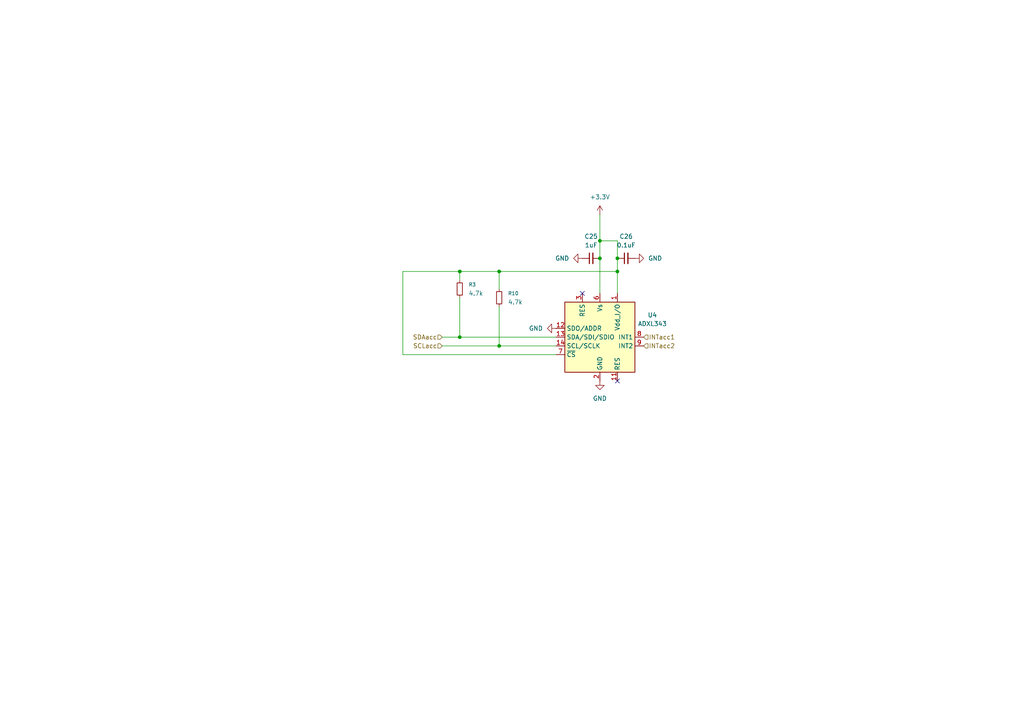
<source format=kicad_sch>
(kicad_sch
	(version 20250114)
	(generator "eeschema")
	(generator_version "9.0")
	(uuid "a64abcde-1b52-48e1-8036-fd5c53556cb8")
	(paper "A4")
	(lib_symbols
		(symbol "Device:C_Small"
			(pin_numbers
				(hide yes)
			)
			(pin_names
				(offset 0.254)
				(hide yes)
			)
			(exclude_from_sim no)
			(in_bom yes)
			(on_board yes)
			(property "Reference" "C"
				(at 0.254 1.778 0)
				(effects
					(font
						(size 1.27 1.27)
					)
					(justify left)
				)
			)
			(property "Value" "C_Small"
				(at 0.254 -2.032 0)
				(effects
					(font
						(size 1.27 1.27)
					)
					(justify left)
				)
			)
			(property "Footprint" ""
				(at 0 0 0)
				(effects
					(font
						(size 1.27 1.27)
					)
					(hide yes)
				)
			)
			(property "Datasheet" "~"
				(at 0 0 0)
				(effects
					(font
						(size 1.27 1.27)
					)
					(hide yes)
				)
			)
			(property "Description" "Unpolarized capacitor, small symbol"
				(at 0 0 0)
				(effects
					(font
						(size 1.27 1.27)
					)
					(hide yes)
				)
			)
			(property "ki_keywords" "capacitor cap"
				(at 0 0 0)
				(effects
					(font
						(size 1.27 1.27)
					)
					(hide yes)
				)
			)
			(property "ki_fp_filters" "C_*"
				(at 0 0 0)
				(effects
					(font
						(size 1.27 1.27)
					)
					(hide yes)
				)
			)
			(symbol "C_Small_0_1"
				(polyline
					(pts
						(xy -1.524 0.508) (xy 1.524 0.508)
					)
					(stroke
						(width 0.3048)
						(type default)
					)
					(fill
						(type none)
					)
				)
				(polyline
					(pts
						(xy -1.524 -0.508) (xy 1.524 -0.508)
					)
					(stroke
						(width 0.3302)
						(type default)
					)
					(fill
						(type none)
					)
				)
			)
			(symbol "C_Small_1_1"
				(pin passive line
					(at 0 2.54 270)
					(length 2.032)
					(name "~"
						(effects
							(font
								(size 1.27 1.27)
							)
						)
					)
					(number "1"
						(effects
							(font
								(size 1.27 1.27)
							)
						)
					)
				)
				(pin passive line
					(at 0 -2.54 90)
					(length 2.032)
					(name "~"
						(effects
							(font
								(size 1.27 1.27)
							)
						)
					)
					(number "2"
						(effects
							(font
								(size 1.27 1.27)
							)
						)
					)
				)
			)
			(embedded_fonts no)
		)
		(symbol "Device:R_Small"
			(pin_numbers
				(hide yes)
			)
			(pin_names
				(offset 0.254)
				(hide yes)
			)
			(exclude_from_sim no)
			(in_bom yes)
			(on_board yes)
			(property "Reference" "R"
				(at 0 0 90)
				(effects
					(font
						(size 1.016 1.016)
					)
				)
			)
			(property "Value" "R_Small"
				(at 1.778 0 90)
				(effects
					(font
						(size 1.27 1.27)
					)
				)
			)
			(property "Footprint" ""
				(at 0 0 0)
				(effects
					(font
						(size 1.27 1.27)
					)
					(hide yes)
				)
			)
			(property "Datasheet" "~"
				(at 0 0 0)
				(effects
					(font
						(size 1.27 1.27)
					)
					(hide yes)
				)
			)
			(property "Description" "Resistor, small symbol"
				(at 0 0 0)
				(effects
					(font
						(size 1.27 1.27)
					)
					(hide yes)
				)
			)
			(property "ki_keywords" "R resistor"
				(at 0 0 0)
				(effects
					(font
						(size 1.27 1.27)
					)
					(hide yes)
				)
			)
			(property "ki_fp_filters" "R_*"
				(at 0 0 0)
				(effects
					(font
						(size 1.27 1.27)
					)
					(hide yes)
				)
			)
			(symbol "R_Small_0_1"
				(rectangle
					(start -0.762 1.778)
					(end 0.762 -1.778)
					(stroke
						(width 0.2032)
						(type default)
					)
					(fill
						(type none)
					)
				)
			)
			(symbol "R_Small_1_1"
				(pin passive line
					(at 0 2.54 270)
					(length 0.762)
					(name "~"
						(effects
							(font
								(size 1.27 1.27)
							)
						)
					)
					(number "1"
						(effects
							(font
								(size 1.27 1.27)
							)
						)
					)
				)
				(pin passive line
					(at 0 -2.54 90)
					(length 0.762)
					(name "~"
						(effects
							(font
								(size 1.27 1.27)
							)
						)
					)
					(number "2"
						(effects
							(font
								(size 1.27 1.27)
							)
						)
					)
				)
			)
			(embedded_fonts no)
		)
		(symbol "Sensor_Motion:ADXL343"
			(exclude_from_sim no)
			(in_bom yes)
			(on_board yes)
			(property "Reference" "U"
				(at -8.89 11.43 0)
				(effects
					(font
						(size 1.27 1.27)
					)
				)
			)
			(property "Value" "ADXL343"
				(at -7.62 -11.43 0)
				(effects
					(font
						(size 1.27 1.27)
					)
				)
			)
			(property "Footprint" "Package_LGA:LGA-14_3x5mm_P0.8mm_LayoutBorder1x6y"
				(at 0 0 0)
				(effects
					(font
						(size 1.27 1.27)
					)
					(hide yes)
				)
			)
			(property "Datasheet" "https://www.analog.com/media/en/technical-documentation/data-sheets/ADXL343.pdf"
				(at 0 0 0)
				(effects
					(font
						(size 1.27 1.27)
					)
					(hide yes)
				)
			)
			(property "Description" "3-Axis MEMS Accelerometer, 2/4/8/16g range, I2C/SPI, LGA-14"
				(at 0 0 0)
				(effects
					(font
						(size 1.27 1.27)
					)
					(hide yes)
				)
			)
			(property "ki_keywords" "3-axis accelerometer i2c spi mems"
				(at 0 0 0)
				(effects
					(font
						(size 1.27 1.27)
					)
					(hide yes)
				)
			)
			(property "ki_fp_filters" "*LGA*3x5mm*P0.8mm*"
				(at 0 0 0)
				(effects
					(font
						(size 1.27 1.27)
					)
					(hide yes)
				)
			)
			(symbol "ADXL343_0_1"
				(rectangle
					(start -10.16 10.16)
					(end 10.16 -10.16)
					(stroke
						(width 0.254)
						(type default)
					)
					(fill
						(type background)
					)
				)
			)
			(symbol "ADXL343_1_1"
				(pin bidirectional line
					(at -12.7 2.54 0)
					(length 2.54)
					(name "SDO/ADDR"
						(effects
							(font
								(size 1.27 1.27)
							)
						)
					)
					(number "12"
						(effects
							(font
								(size 1.27 1.27)
							)
						)
					)
				)
				(pin bidirectional line
					(at -12.7 0 0)
					(length 2.54)
					(name "SDA/SDI/SDIO"
						(effects
							(font
								(size 1.27 1.27)
							)
						)
					)
					(number "13"
						(effects
							(font
								(size 1.27 1.27)
							)
						)
					)
				)
				(pin input line
					(at -12.7 -2.54 0)
					(length 2.54)
					(name "SCL/SCLK"
						(effects
							(font
								(size 1.27 1.27)
							)
						)
					)
					(number "14"
						(effects
							(font
								(size 1.27 1.27)
							)
						)
					)
				)
				(pin input line
					(at -12.7 -5.08 0)
					(length 2.54)
					(name "~{CS}"
						(effects
							(font
								(size 1.27 1.27)
							)
						)
					)
					(number "7"
						(effects
							(font
								(size 1.27 1.27)
							)
						)
					)
				)
				(pin passive line
					(at -5.08 12.7 270)
					(length 2.54)
					(name "RES"
						(effects
							(font
								(size 1.27 1.27)
							)
						)
					)
					(number "3"
						(effects
							(font
								(size 1.27 1.27)
							)
						)
					)
				)
				(pin no_connect line
					(at -5.08 -10.16 90)
					(length 2.54)
					(hide yes)
					(name "NC"
						(effects
							(font
								(size 1.27 1.27)
							)
						)
					)
					(number "10"
						(effects
							(font
								(size 1.27 1.27)
							)
						)
					)
				)
				(pin power_in line
					(at 0 12.7 270)
					(length 2.54)
					(name "Vs"
						(effects
							(font
								(size 1.27 1.27)
							)
						)
					)
					(number "6"
						(effects
							(font
								(size 1.27 1.27)
							)
						)
					)
				)
				(pin power_in line
					(at 0 -12.7 90)
					(length 2.54)
					(name "GND"
						(effects
							(font
								(size 1.27 1.27)
							)
						)
					)
					(number "2"
						(effects
							(font
								(size 1.27 1.27)
							)
						)
					)
				)
				(pin passive line
					(at 0 -12.7 90)
					(length 2.54)
					(hide yes)
					(name "GND"
						(effects
							(font
								(size 1.27 1.27)
							)
						)
					)
					(number "4"
						(effects
							(font
								(size 1.27 1.27)
							)
						)
					)
				)
				(pin passive line
					(at 0 -12.7 90)
					(length 2.54)
					(hide yes)
					(name "GND"
						(effects
							(font
								(size 1.27 1.27)
							)
						)
					)
					(number "5"
						(effects
							(font
								(size 1.27 1.27)
							)
						)
					)
				)
				(pin power_in line
					(at 5.08 12.7 270)
					(length 2.54)
					(name "Vdd_I/O"
						(effects
							(font
								(size 1.27 1.27)
							)
						)
					)
					(number "1"
						(effects
							(font
								(size 1.27 1.27)
							)
						)
					)
				)
				(pin passive line
					(at 5.08 -12.7 90)
					(length 2.54)
					(name "RES"
						(effects
							(font
								(size 1.27 1.27)
							)
						)
					)
					(number "11"
						(effects
							(font
								(size 1.27 1.27)
							)
						)
					)
				)
				(pin output line
					(at 12.7 0 180)
					(length 2.54)
					(name "INT1"
						(effects
							(font
								(size 1.27 1.27)
							)
						)
					)
					(number "8"
						(effects
							(font
								(size 1.27 1.27)
							)
						)
					)
				)
				(pin output line
					(at 12.7 -2.54 180)
					(length 2.54)
					(name "INT2"
						(effects
							(font
								(size 1.27 1.27)
							)
						)
					)
					(number "9"
						(effects
							(font
								(size 1.27 1.27)
							)
						)
					)
				)
			)
			(embedded_fonts no)
		)
		(symbol "power:+3.3V"
			(power)
			(pin_numbers
				(hide yes)
			)
			(pin_names
				(offset 0)
				(hide yes)
			)
			(exclude_from_sim no)
			(in_bom yes)
			(on_board yes)
			(property "Reference" "#PWR"
				(at 0 -3.81 0)
				(effects
					(font
						(size 1.27 1.27)
					)
					(hide yes)
				)
			)
			(property "Value" "+3.3V"
				(at 0 3.556 0)
				(effects
					(font
						(size 1.27 1.27)
					)
				)
			)
			(property "Footprint" ""
				(at 0 0 0)
				(effects
					(font
						(size 1.27 1.27)
					)
					(hide yes)
				)
			)
			(property "Datasheet" ""
				(at 0 0 0)
				(effects
					(font
						(size 1.27 1.27)
					)
					(hide yes)
				)
			)
			(property "Description" "Power symbol creates a global label with name \"+3.3V\""
				(at 0 0 0)
				(effects
					(font
						(size 1.27 1.27)
					)
					(hide yes)
				)
			)
			(property "ki_keywords" "global power"
				(at 0 0 0)
				(effects
					(font
						(size 1.27 1.27)
					)
					(hide yes)
				)
			)
			(symbol "+3.3V_0_1"
				(polyline
					(pts
						(xy -0.762 1.27) (xy 0 2.54)
					)
					(stroke
						(width 0)
						(type default)
					)
					(fill
						(type none)
					)
				)
				(polyline
					(pts
						(xy 0 2.54) (xy 0.762 1.27)
					)
					(stroke
						(width 0)
						(type default)
					)
					(fill
						(type none)
					)
				)
				(polyline
					(pts
						(xy 0 0) (xy 0 2.54)
					)
					(stroke
						(width 0)
						(type default)
					)
					(fill
						(type none)
					)
				)
			)
			(symbol "+3.3V_1_1"
				(pin power_in line
					(at 0 0 90)
					(length 0)
					(name "~"
						(effects
							(font
								(size 1.27 1.27)
							)
						)
					)
					(number "1"
						(effects
							(font
								(size 1.27 1.27)
							)
						)
					)
				)
			)
			(embedded_fonts no)
		)
		(symbol "power:GND"
			(power)
			(pin_numbers
				(hide yes)
			)
			(pin_names
				(offset 0)
				(hide yes)
			)
			(exclude_from_sim no)
			(in_bom yes)
			(on_board yes)
			(property "Reference" "#PWR"
				(at 0 -6.35 0)
				(effects
					(font
						(size 1.27 1.27)
					)
					(hide yes)
				)
			)
			(property "Value" "GND"
				(at 0 -3.81 0)
				(effects
					(font
						(size 1.27 1.27)
					)
				)
			)
			(property "Footprint" ""
				(at 0 0 0)
				(effects
					(font
						(size 1.27 1.27)
					)
					(hide yes)
				)
			)
			(property "Datasheet" ""
				(at 0 0 0)
				(effects
					(font
						(size 1.27 1.27)
					)
					(hide yes)
				)
			)
			(property "Description" "Power symbol creates a global label with name \"GND\" , ground"
				(at 0 0 0)
				(effects
					(font
						(size 1.27 1.27)
					)
					(hide yes)
				)
			)
			(property "ki_keywords" "global power"
				(at 0 0 0)
				(effects
					(font
						(size 1.27 1.27)
					)
					(hide yes)
				)
			)
			(symbol "GND_0_1"
				(polyline
					(pts
						(xy 0 0) (xy 0 -1.27) (xy 1.27 -1.27) (xy 0 -2.54) (xy -1.27 -1.27) (xy 0 -1.27)
					)
					(stroke
						(width 0)
						(type default)
					)
					(fill
						(type none)
					)
				)
			)
			(symbol "GND_1_1"
				(pin power_in line
					(at 0 0 270)
					(length 0)
					(name "~"
						(effects
							(font
								(size 1.27 1.27)
							)
						)
					)
					(number "1"
						(effects
							(font
								(size 1.27 1.27)
							)
						)
					)
				)
			)
			(embedded_fonts no)
		)
	)
	(junction
		(at 173.99 69.85)
		(diameter 0)
		(color 0 0 0 0)
		(uuid "32fe0847-4cbc-4240-b81d-f539b981a8d3")
	)
	(junction
		(at 179.07 78.74)
		(diameter 0)
		(color 0 0 0 0)
		(uuid "5f9a438c-43d9-49bc-973c-8c2f2f159839")
	)
	(junction
		(at 133.35 97.79)
		(diameter 0)
		(color 0 0 0 0)
		(uuid "612bb3f9-e4b0-49c3-813a-fa5878663a5f")
	)
	(junction
		(at 144.78 78.74)
		(diameter 0)
		(color 0 0 0 0)
		(uuid "6b493d5c-74bf-4b5c-ab23-4d47485f6722")
	)
	(junction
		(at 179.07 74.93)
		(diameter 0)
		(color 0 0 0 0)
		(uuid "cbc3f6b2-550d-46a6-8ed3-dd312c56c42c")
	)
	(junction
		(at 144.78 100.33)
		(diameter 0)
		(color 0 0 0 0)
		(uuid "d8496ef6-09ad-4870-9ff6-cc49aaa4d5b8")
	)
	(junction
		(at 173.99 74.93)
		(diameter 0)
		(color 0 0 0 0)
		(uuid "eb2eb2aa-faf2-4923-bb85-b6b92994291b")
	)
	(junction
		(at 133.35 78.74)
		(diameter 0)
		(color 0 0 0 0)
		(uuid "f9ceb2d6-e0d0-4459-96f5-b8bef10ead8b")
	)
	(no_connect
		(at 168.91 85.09)
		(uuid "b86f7aa0-414e-4a32-b702-d62a38df62d7")
	)
	(no_connect
		(at 179.07 110.49)
		(uuid "c13b0104-a51f-4618-bf0d-e35fd715ba86")
	)
	(wire
		(pts
			(xy 133.35 78.74) (xy 116.84 78.74)
		)
		(stroke
			(width 0)
			(type default)
		)
		(uuid "0817d8ba-8d6e-4ddc-87a3-ff83e01fa656")
	)
	(wire
		(pts
			(xy 173.99 62.23) (xy 173.99 69.85)
		)
		(stroke
			(width 0)
			(type default)
		)
		(uuid "0ff3e341-3dfd-47e8-a8e1-2b5e76fdf348")
	)
	(wire
		(pts
			(xy 144.78 78.74) (xy 133.35 78.74)
		)
		(stroke
			(width 0)
			(type default)
		)
		(uuid "11ac4c3c-bbdc-480b-8fe6-6b6f1c80513d")
	)
	(wire
		(pts
			(xy 179.07 78.74) (xy 144.78 78.74)
		)
		(stroke
			(width 0)
			(type default)
		)
		(uuid "3b743937-5f6c-44b3-9836-23837ce16d64")
	)
	(wire
		(pts
			(xy 116.84 78.74) (xy 116.84 102.87)
		)
		(stroke
			(width 0)
			(type default)
		)
		(uuid "3b8778d7-d482-4286-91b9-b62779d8d690")
	)
	(wire
		(pts
			(xy 173.99 74.93) (xy 173.99 85.09)
		)
		(stroke
			(width 0)
			(type default)
		)
		(uuid "40abe798-cc06-4f28-8897-0131c6e470c3")
	)
	(wire
		(pts
			(xy 144.78 78.74) (xy 144.78 83.82)
		)
		(stroke
			(width 0)
			(type default)
		)
		(uuid "45845f00-2998-4158-96a3-30f95b0ca2c4")
	)
	(wire
		(pts
			(xy 144.78 100.33) (xy 161.29 100.33)
		)
		(stroke
			(width 0)
			(type default)
		)
		(uuid "49da5ac7-a768-4439-806a-10adf41dd0d7")
	)
	(wire
		(pts
			(xy 173.99 69.85) (xy 173.99 74.93)
		)
		(stroke
			(width 0)
			(type default)
		)
		(uuid "4ed10cf6-b18a-429b-af16-6aa444dda4eb")
	)
	(wire
		(pts
			(xy 133.35 78.74) (xy 133.35 81.28)
		)
		(stroke
			(width 0)
			(type default)
		)
		(uuid "51e7ad13-e16a-4696-ac2a-e21314729f10")
	)
	(wire
		(pts
			(xy 128.27 97.79) (xy 133.35 97.79)
		)
		(stroke
			(width 0)
			(type default)
		)
		(uuid "5fc77c83-a8cc-439e-9d59-869136f5ea1d")
	)
	(wire
		(pts
			(xy 128.27 100.33) (xy 144.78 100.33)
		)
		(stroke
			(width 0)
			(type default)
		)
		(uuid "62162db1-8b92-4827-8fe1-eda57d8f7dfd")
	)
	(wire
		(pts
			(xy 133.35 97.79) (xy 161.29 97.79)
		)
		(stroke
			(width 0)
			(type default)
		)
		(uuid "641268e7-eddf-4347-95a8-78d31ebb71b6")
	)
	(wire
		(pts
			(xy 144.78 88.9) (xy 144.78 100.33)
		)
		(stroke
			(width 0)
			(type default)
		)
		(uuid "7ac44df2-ca34-45ab-a63e-1ad6142cb7b2")
	)
	(wire
		(pts
			(xy 179.07 74.93) (xy 179.07 69.85)
		)
		(stroke
			(width 0)
			(type default)
		)
		(uuid "b092692d-a295-41e2-a9db-64c3eecf9ddd")
	)
	(wire
		(pts
			(xy 179.07 78.74) (xy 179.07 74.93)
		)
		(stroke
			(width 0)
			(type default)
		)
		(uuid "c6850267-2163-4dbf-813e-dc4638e40cda")
	)
	(wire
		(pts
			(xy 179.07 69.85) (xy 173.99 69.85)
		)
		(stroke
			(width 0)
			(type default)
		)
		(uuid "cfbd293d-70ba-49b1-a885-8060ee6ba8c7")
	)
	(wire
		(pts
			(xy 179.07 85.09) (xy 179.07 78.74)
		)
		(stroke
			(width 0)
			(type default)
		)
		(uuid "de57b8a0-6b56-4723-aec5-44ff30681820")
	)
	(wire
		(pts
			(xy 133.35 86.36) (xy 133.35 97.79)
		)
		(stroke
			(width 0)
			(type default)
		)
		(uuid "ec55db69-0fb9-4a5a-8472-73de681f03ec")
	)
	(wire
		(pts
			(xy 116.84 102.87) (xy 161.29 102.87)
		)
		(stroke
			(width 0)
			(type default)
		)
		(uuid "f392bb9b-8134-452b-ae15-a6689c9d7700")
	)
	(hierarchical_label "INTacc1"
		(shape input)
		(at 186.69 97.79 0)
		(effects
			(font
				(size 1.27 1.27)
			)
			(justify left)
		)
		(uuid "02116d3f-a9d0-4609-9d6a-e8e46deb6445")
	)
	(hierarchical_label "SDAacc"
		(shape input)
		(at 128.27 97.79 180)
		(effects
			(font
				(size 1.27 1.27)
			)
			(justify right)
		)
		(uuid "771fba08-3f20-4175-a754-e5b01fe63db0")
	)
	(hierarchical_label "INTacc2"
		(shape input)
		(at 186.69 100.33 0)
		(effects
			(font
				(size 1.27 1.27)
			)
			(justify left)
		)
		(uuid "80b52997-79b7-43e1-ba90-bd7e8ca645f7")
	)
	(hierarchical_label "SCLacc"
		(shape input)
		(at 128.27 100.33 180)
		(effects
			(font
				(size 1.27 1.27)
			)
			(justify right)
		)
		(uuid "ba5802f8-4f2e-4aa8-8e75-051a92821e84")
	)
	(symbol
		(lib_id "power:GND")
		(at 168.91 74.93 270)
		(unit 1)
		(exclude_from_sim no)
		(in_bom yes)
		(on_board yes)
		(dnp no)
		(fields_autoplaced yes)
		(uuid "03bd6ee6-b5e4-4943-8ca8-6cd9dd5d7388")
		(property "Reference" "#PWR051"
			(at 162.56 74.93 0)
			(effects
				(font
					(size 1.27 1.27)
				)
				(hide yes)
			)
		)
		(property "Value" "GND"
			(at 165.1 74.9299 90)
			(effects
				(font
					(size 1.27 1.27)
				)
				(justify right)
			)
		)
		(property "Footprint" ""
			(at 168.91 74.93 0)
			(effects
				(font
					(size 1.27 1.27)
				)
				(hide yes)
			)
		)
		(property "Datasheet" ""
			(at 168.91 74.93 0)
			(effects
				(font
					(size 1.27 1.27)
				)
				(hide yes)
			)
		)
		(property "Description" "Power symbol creates a global label with name \"GND\" , ground"
			(at 168.91 74.93 0)
			(effects
				(font
					(size 1.27 1.27)
				)
				(hide yes)
			)
		)
		(pin "1"
			(uuid "97ad3275-8f96-4ee2-b6ce-2e1775c22084")
		)
		(instances
			(project "PCB_robot_chat"
				(path "/3534a4da-1897-4a3c-809d-843e7f41fadb/f67dd2ba-109f-4a43-94ef-cf715a1ebb06"
					(reference "#PWR051")
					(unit 1)
				)
			)
		)
	)
	(symbol
		(lib_id "power:+3.3V")
		(at 173.99 62.23 0)
		(unit 1)
		(exclude_from_sim no)
		(in_bom yes)
		(on_board yes)
		(dnp no)
		(fields_autoplaced yes)
		(uuid "03fd00d7-65bd-4be1-8cbb-ab147290834b")
		(property "Reference" "#PWR052"
			(at 173.99 66.04 0)
			(effects
				(font
					(size 1.27 1.27)
				)
				(hide yes)
			)
		)
		(property "Value" "+3.3V"
			(at 173.99 57.15 0)
			(effects
				(font
					(size 1.27 1.27)
				)
			)
		)
		(property "Footprint" ""
			(at 173.99 62.23 0)
			(effects
				(font
					(size 1.27 1.27)
				)
				(hide yes)
			)
		)
		(property "Datasheet" ""
			(at 173.99 62.23 0)
			(effects
				(font
					(size 1.27 1.27)
				)
				(hide yes)
			)
		)
		(property "Description" "Power symbol creates a global label with name \"+3.3V\""
			(at 173.99 62.23 0)
			(effects
				(font
					(size 1.27 1.27)
				)
				(hide yes)
			)
		)
		(pin "1"
			(uuid "06c80fac-08fd-4844-91d4-895b2e7f2902")
		)
		(instances
			(project "PCB_robot_chat"
				(path "/3534a4da-1897-4a3c-809d-843e7f41fadb/f67dd2ba-109f-4a43-94ef-cf715a1ebb06"
					(reference "#PWR052")
					(unit 1)
				)
			)
		)
	)
	(symbol
		(lib_id "Device:C_Small")
		(at 181.61 74.93 90)
		(unit 1)
		(exclude_from_sim no)
		(in_bom yes)
		(on_board yes)
		(dnp no)
		(fields_autoplaced yes)
		(uuid "1b7cef4a-8ec9-496e-ba12-ed05c01a7cfa")
		(property "Reference" "C26"
			(at 181.6163 68.58 90)
			(effects
				(font
					(size 1.27 1.27)
				)
			)
		)
		(property "Value" "0.1uF"
			(at 181.6163 71.12 90)
			(effects
				(font
					(size 1.27 1.27)
				)
			)
		)
		(property "Footprint" ""
			(at 181.61 74.93 0)
			(effects
				(font
					(size 1.27 1.27)
				)
				(hide yes)
			)
		)
		(property "Datasheet" "~"
			(at 181.61 74.93 0)
			(effects
				(font
					(size 1.27 1.27)
				)
				(hide yes)
			)
		)
		(property "Description" "Unpolarized capacitor, small symbol"
			(at 181.61 74.93 0)
			(effects
				(font
					(size 1.27 1.27)
				)
				(hide yes)
			)
		)
		(pin "1"
			(uuid "89bc1c7d-2ff6-42c8-ab06-fc1e43663ba2")
		)
		(pin "2"
			(uuid "127faa49-7986-463e-a2c5-b593d9f5bfe2")
		)
		(instances
			(project "PCB_robot_chat"
				(path "/3534a4da-1897-4a3c-809d-843e7f41fadb/f67dd2ba-109f-4a43-94ef-cf715a1ebb06"
					(reference "C26")
					(unit 1)
				)
			)
		)
	)
	(symbol
		(lib_id "Device:C_Small")
		(at 171.45 74.93 90)
		(unit 1)
		(exclude_from_sim no)
		(in_bom yes)
		(on_board yes)
		(dnp no)
		(fields_autoplaced yes)
		(uuid "6ff281d8-ff1b-4253-8b1c-fe361d483444")
		(property "Reference" "C25"
			(at 171.4563 68.58 90)
			(effects
				(font
					(size 1.27 1.27)
				)
			)
		)
		(property "Value" "1uF"
			(at 171.4563 71.12 90)
			(effects
				(font
					(size 1.27 1.27)
				)
			)
		)
		(property "Footprint" ""
			(at 171.45 74.93 0)
			(effects
				(font
					(size 1.27 1.27)
				)
				(hide yes)
			)
		)
		(property "Datasheet" "~"
			(at 171.45 74.93 0)
			(effects
				(font
					(size 1.27 1.27)
				)
				(hide yes)
			)
		)
		(property "Description" "Unpolarized capacitor, small symbol"
			(at 171.45 74.93 0)
			(effects
				(font
					(size 1.27 1.27)
				)
				(hide yes)
			)
		)
		(pin "1"
			(uuid "f637f497-8953-4291-b210-e99baba43cd5")
		)
		(pin "2"
			(uuid "28edefc5-95a1-4ee1-b47a-688a29efe7ec")
		)
		(instances
			(project "PCB_robot_chat"
				(path "/3534a4da-1897-4a3c-809d-843e7f41fadb/f67dd2ba-109f-4a43-94ef-cf715a1ebb06"
					(reference "C25")
					(unit 1)
				)
			)
		)
	)
	(symbol
		(lib_id "Device:R_Small")
		(at 144.78 86.36 0)
		(unit 1)
		(exclude_from_sim no)
		(in_bom yes)
		(on_board yes)
		(dnp no)
		(fields_autoplaced yes)
		(uuid "7fe01857-9258-43e0-ac66-dc27801ff616")
		(property "Reference" "R10"
			(at 147.32 85.0899 0)
			(effects
				(font
					(size 1.016 1.016)
				)
				(justify left)
			)
		)
		(property "Value" "4.7k"
			(at 147.32 87.6299 0)
			(effects
				(font
					(size 1.27 1.27)
				)
				(justify left)
			)
		)
		(property "Footprint" ""
			(at 144.78 86.36 0)
			(effects
				(font
					(size 1.27 1.27)
				)
				(hide yes)
			)
		)
		(property "Datasheet" "~"
			(at 144.78 86.36 0)
			(effects
				(font
					(size 1.27 1.27)
				)
				(hide yes)
			)
		)
		(property "Description" "Resistor, small symbol"
			(at 144.78 86.36 0)
			(effects
				(font
					(size 1.27 1.27)
				)
				(hide yes)
			)
		)
		(pin "2"
			(uuid "0dc3e161-3d54-4c54-b2a7-7809a7f9b8d5")
		)
		(pin "1"
			(uuid "b95a742e-ffe7-4958-a463-76db4404fb2d")
		)
		(instances
			(project "PCB_robot_chat"
				(path "/3534a4da-1897-4a3c-809d-843e7f41fadb/f67dd2ba-109f-4a43-94ef-cf715a1ebb06"
					(reference "R10")
					(unit 1)
				)
			)
		)
	)
	(symbol
		(lib_id "power:GND")
		(at 173.99 110.49 0)
		(unit 1)
		(exclude_from_sim no)
		(in_bom yes)
		(on_board yes)
		(dnp no)
		(fields_autoplaced yes)
		(uuid "8d6abbbe-add1-4fba-95f3-248305be9cc8")
		(property "Reference" "#PWR053"
			(at 173.99 116.84 0)
			(effects
				(font
					(size 1.27 1.27)
				)
				(hide yes)
			)
		)
		(property "Value" "GND"
			(at 173.99 115.57 0)
			(effects
				(font
					(size 1.27 1.27)
				)
			)
		)
		(property "Footprint" ""
			(at 173.99 110.49 0)
			(effects
				(font
					(size 1.27 1.27)
				)
				(hide yes)
			)
		)
		(property "Datasheet" ""
			(at 173.99 110.49 0)
			(effects
				(font
					(size 1.27 1.27)
				)
				(hide yes)
			)
		)
		(property "Description" "Power symbol creates a global label with name \"GND\" , ground"
			(at 173.99 110.49 0)
			(effects
				(font
					(size 1.27 1.27)
				)
				(hide yes)
			)
		)
		(pin "1"
			(uuid "4f44e92b-b48f-4915-8f48-f3e0f31c2ad5")
		)
		(instances
			(project "PCB_robot_chat"
				(path "/3534a4da-1897-4a3c-809d-843e7f41fadb/f67dd2ba-109f-4a43-94ef-cf715a1ebb06"
					(reference "#PWR053")
					(unit 1)
				)
			)
		)
	)
	(symbol
		(lib_id "Sensor_Motion:ADXL343")
		(at 173.99 97.79 0)
		(unit 1)
		(exclude_from_sim no)
		(in_bom yes)
		(on_board yes)
		(dnp no)
		(fields_autoplaced yes)
		(uuid "ac68c4fd-81c3-4f3a-837d-a14778f20c1c")
		(property "Reference" "U4"
			(at 189.23 91.3698 0)
			(effects
				(font
					(size 1.27 1.27)
				)
			)
		)
		(property "Value" "ADXL343"
			(at 189.23 93.9098 0)
			(effects
				(font
					(size 1.27 1.27)
				)
			)
		)
		(property "Footprint" "Package_LGA:LGA-14_3x5mm_P0.8mm_LayoutBorder1x6y"
			(at 173.99 97.79 0)
			(effects
				(font
					(size 1.27 1.27)
				)
				(hide yes)
			)
		)
		(property "Datasheet" "https://www.analog.com/media/en/technical-documentation/data-sheets/ADXL343.pdf"
			(at 173.99 97.79 0)
			(effects
				(font
					(size 1.27 1.27)
				)
				(hide yes)
			)
		)
		(property "Description" "3-Axis MEMS Accelerometer, 2/4/8/16g range, I2C/SPI, LGA-14"
			(at 173.99 97.79 0)
			(effects
				(font
					(size 1.27 1.27)
				)
				(hide yes)
			)
		)
		(pin "13"
			(uuid "e033df99-c03f-49f1-ad4b-bc12f6e0725f")
		)
		(pin "10"
			(uuid "597017bc-ac1b-4da5-84d6-2e09a2b5980c")
		)
		(pin "1"
			(uuid "8ca94421-f9b7-4b19-8e13-1d6901288926")
		)
		(pin "8"
			(uuid "5f6db0be-b21d-4370-b477-a686cec6b799")
		)
		(pin "9"
			(uuid "79436ddf-973a-4d8a-bf0a-9f2d088c2311")
		)
		(pin "14"
			(uuid "4844eca0-3b89-4e86-ace9-82f9742aafea")
		)
		(pin "4"
			(uuid "a842c2b1-2367-48aa-b0b6-e7596457760e")
		)
		(pin "2"
			(uuid "f3a2d441-6c3e-4e58-9ad6-46f0b67176e9")
		)
		(pin "3"
			(uuid "62326304-9b31-478e-a31e-524b86c3b548")
		)
		(pin "12"
			(uuid "2c4b1150-ab58-428f-bbe4-0d452d5c0152")
		)
		(pin "5"
			(uuid "a24cc9c7-f4a4-4770-93d1-85a454fb8ddf")
		)
		(pin "7"
			(uuid "4c1a3afe-6890-4de2-b2dc-0e9f00cacbbb")
		)
		(pin "11"
			(uuid "58dc526c-e163-4043-8ac8-eca72ec39326")
		)
		(pin "6"
			(uuid "2698a2e0-9bbb-41fb-92d1-0a49b10c1f8a")
		)
		(instances
			(project "PCB_robot_chat"
				(path "/3534a4da-1897-4a3c-809d-843e7f41fadb/f67dd2ba-109f-4a43-94ef-cf715a1ebb06"
					(reference "U4")
					(unit 1)
				)
			)
		)
	)
	(symbol
		(lib_id "power:GND")
		(at 184.15 74.93 90)
		(unit 1)
		(exclude_from_sim no)
		(in_bom yes)
		(on_board yes)
		(dnp no)
		(fields_autoplaced yes)
		(uuid "b4409490-fbe1-4568-8f83-aa11e08eabcf")
		(property "Reference" "#PWR054"
			(at 190.5 74.93 0)
			(effects
				(font
					(size 1.27 1.27)
				)
				(hide yes)
			)
		)
		(property "Value" "GND"
			(at 187.96 74.9299 90)
			(effects
				(font
					(size 1.27 1.27)
				)
				(justify right)
			)
		)
		(property "Footprint" ""
			(at 184.15 74.93 0)
			(effects
				(font
					(size 1.27 1.27)
				)
				(hide yes)
			)
		)
		(property "Datasheet" ""
			(at 184.15 74.93 0)
			(effects
				(font
					(size 1.27 1.27)
				)
				(hide yes)
			)
		)
		(property "Description" "Power symbol creates a global label with name \"GND\" , ground"
			(at 184.15 74.93 0)
			(effects
				(font
					(size 1.27 1.27)
				)
				(hide yes)
			)
		)
		(pin "1"
			(uuid "efd9250d-feda-463b-84d9-6ca30f4c71fb")
		)
		(instances
			(project "PCB_robot_chat"
				(path "/3534a4da-1897-4a3c-809d-843e7f41fadb/f67dd2ba-109f-4a43-94ef-cf715a1ebb06"
					(reference "#PWR054")
					(unit 1)
				)
			)
		)
	)
	(symbol
		(lib_id "power:GND")
		(at 161.29 95.25 270)
		(unit 1)
		(exclude_from_sim no)
		(in_bom yes)
		(on_board yes)
		(dnp no)
		(fields_autoplaced yes)
		(uuid "c1193624-61e0-4e75-a7a0-20fb0b11abb2")
		(property "Reference" "#PWR050"
			(at 154.94 95.25 0)
			(effects
				(font
					(size 1.27 1.27)
				)
				(hide yes)
			)
		)
		(property "Value" "GND"
			(at 157.48 95.2499 90)
			(effects
				(font
					(size 1.27 1.27)
				)
				(justify right)
			)
		)
		(property "Footprint" ""
			(at 161.29 95.25 0)
			(effects
				(font
					(size 1.27 1.27)
				)
				(hide yes)
			)
		)
		(property "Datasheet" ""
			(at 161.29 95.25 0)
			(effects
				(font
					(size 1.27 1.27)
				)
				(hide yes)
			)
		)
		(property "Description" "Power symbol creates a global label with name \"GND\" , ground"
			(at 161.29 95.25 0)
			(effects
				(font
					(size 1.27 1.27)
				)
				(hide yes)
			)
		)
		(pin "1"
			(uuid "9d5186cc-f3e9-4471-a074-79adda144378")
		)
		(instances
			(project "PCB_robot_chat"
				(path "/3534a4da-1897-4a3c-809d-843e7f41fadb/f67dd2ba-109f-4a43-94ef-cf715a1ebb06"
					(reference "#PWR050")
					(unit 1)
				)
			)
		)
	)
	(symbol
		(lib_id "Device:R_Small")
		(at 133.35 83.82 0)
		(unit 1)
		(exclude_from_sim no)
		(in_bom yes)
		(on_board yes)
		(dnp no)
		(fields_autoplaced yes)
		(uuid "e1cf9ca6-b3c0-4ff9-b4e0-86e11bbbd3ab")
		(property "Reference" "R3"
			(at 135.89 82.5499 0)
			(effects
				(font
					(size 1.016 1.016)
				)
				(justify left)
			)
		)
		(property "Value" "4.7k"
			(at 135.89 85.0899 0)
			(effects
				(font
					(size 1.27 1.27)
				)
				(justify left)
			)
		)
		(property "Footprint" ""
			(at 133.35 83.82 0)
			(effects
				(font
					(size 1.27 1.27)
				)
				(hide yes)
			)
		)
		(property "Datasheet" "~"
			(at 133.35 83.82 0)
			(effects
				(font
					(size 1.27 1.27)
				)
				(hide yes)
			)
		)
		(property "Description" "Resistor, small symbol"
			(at 133.35 83.82 0)
			(effects
				(font
					(size 1.27 1.27)
				)
				(hide yes)
			)
		)
		(pin "2"
			(uuid "e4c92f49-6caa-472a-908d-7778e176dbde")
		)
		(pin "1"
			(uuid "eec450e2-38ec-4afe-8feb-d5f591ab2e66")
		)
		(instances
			(project ""
				(path "/3534a4da-1897-4a3c-809d-843e7f41fadb/f67dd2ba-109f-4a43-94ef-cf715a1ebb06"
					(reference "R3")
					(unit 1)
				)
			)
		)
	)
)

</source>
